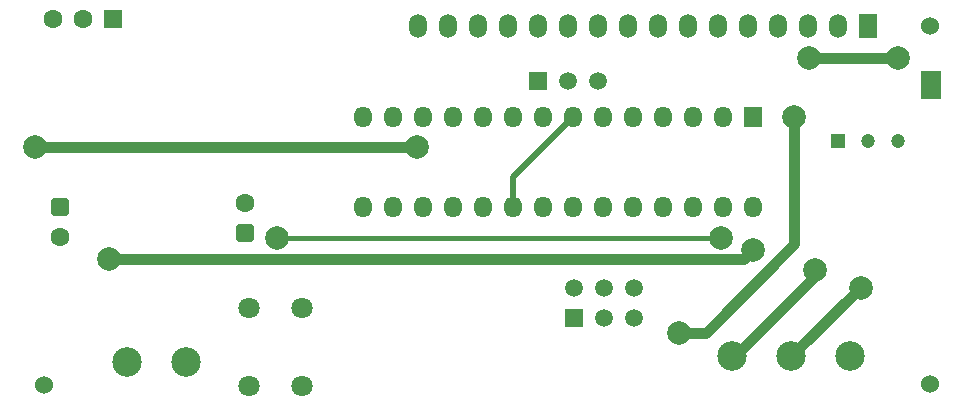
<source format=gbl>
%FSLAX44Y44*%
%MOMM*%
G71*
G01*
G75*
G04 Layer_Physical_Order=2*
G04 Layer_Color=16711680*
%ADD10R,1.1000X1.7000*%
%ADD11R,1.7000X1.1000*%
%ADD12R,0.6000X1.3000*%
G04:AMPARAMS|DCode=13|XSize=1.25mm|YSize=1.84mm|CornerRadius=0.3125mm|HoleSize=0mm|Usage=FLASHONLY|Rotation=180.000|XOffset=0mm|YOffset=0mm|HoleType=Round|Shape=RoundedRectangle|*
%AMROUNDEDRECTD13*
21,1,1.2500,1.2150,0,0,180.0*
21,1,0.6250,1.8400,0,0,180.0*
1,1,0.6250,-0.3125,0.6075*
1,1,0.6250,0.3125,0.6075*
1,1,0.6250,0.3125,-0.6075*
1,1,0.6250,-0.3125,-0.6075*
%
%ADD13ROUNDEDRECTD13*%
G04:AMPARAMS|DCode=14|XSize=1.25mm|YSize=1.84mm|CornerRadius=0.3125mm|HoleSize=0mm|Usage=FLASHONLY|Rotation=90.000|XOffset=0mm|YOffset=0mm|HoleType=Round|Shape=RoundedRectangle|*
%AMROUNDEDRECTD14*
21,1,1.2500,1.2150,0,0,90.0*
21,1,0.6250,1.8400,0,0,90.0*
1,1,0.6250,0.6075,0.3125*
1,1,0.6250,0.6075,-0.3125*
1,1,0.6250,-0.6075,-0.3125*
1,1,0.6250,-0.6075,0.3125*
%
%ADD14ROUNDEDRECTD14*%
G04:AMPARAMS|DCode=15|XSize=1mm|YSize=1.4mm|CornerRadius=0.25mm|HoleSize=0mm|Usage=FLASHONLY|Rotation=270.000|XOffset=0mm|YOffset=0mm|HoleType=Round|Shape=RoundedRectangle|*
%AMROUNDEDRECTD15*
21,1,1.0000,0.9000,0,0,270.0*
21,1,0.5000,1.4000,0,0,270.0*
1,1,0.5000,-0.4500,-0.2500*
1,1,0.5000,-0.4500,0.2500*
1,1,0.5000,0.4500,0.2500*
1,1,0.5000,0.4500,-0.2500*
%
%ADD15ROUNDEDRECTD15*%
G04:AMPARAMS|DCode=16|XSize=1mm|YSize=1.4mm|CornerRadius=0.25mm|HoleSize=0mm|Usage=FLASHONLY|Rotation=180.000|XOffset=0mm|YOffset=0mm|HoleType=Round|Shape=RoundedRectangle|*
%AMROUNDEDRECTD16*
21,1,1.0000,0.9000,0,0,180.0*
21,1,0.5000,1.4000,0,0,180.0*
1,1,0.5000,-0.2500,0.4500*
1,1,0.5000,0.2500,0.4500*
1,1,0.5000,0.2500,-0.4500*
1,1,0.5000,-0.2500,-0.4500*
%
%ADD16ROUNDEDRECTD16*%
%ADD17R,2.3000X2.3000*%
G04:AMPARAMS|DCode=18|XSize=1.34mm|YSize=1.68mm|CornerRadius=0.335mm|HoleSize=0mm|Usage=FLASHONLY|Rotation=180.000|XOffset=0mm|YOffset=0mm|HoleType=Round|Shape=RoundedRectangle|*
%AMROUNDEDRECTD18*
21,1,1.3400,1.0100,0,0,180.0*
21,1,0.6700,1.6800,0,0,180.0*
1,1,0.6700,-0.3350,0.5050*
1,1,0.6700,0.3350,0.5050*
1,1,0.6700,0.3350,-0.5050*
1,1,0.6700,-0.3350,-0.5050*
%
%ADD18ROUNDEDRECTD18*%
%ADD19R,1.3000X0.6000*%
%ADD20C,0.9000*%
%ADD21C,0.5000*%
%ADD22C,0.4000*%
%ADD23C,0.6000*%
%ADD24C,0.8000*%
%ADD25C,1.5240*%
%ADD26C,1.6000*%
G04:AMPARAMS|DCode=27|XSize=1.6mm|YSize=1.6mm|CornerRadius=0.4mm|HoleSize=0mm|Usage=FLASHONLY|Rotation=90.000|XOffset=0mm|YOffset=0mm|HoleType=Round|Shape=RoundedRectangle|*
%AMROUNDEDRECTD27*
21,1,1.6000,0.8000,0,0,90.0*
21,1,0.8000,1.6000,0,0,90.0*
1,1,0.8000,0.4000,0.4000*
1,1,0.8000,0.4000,-0.4000*
1,1,0.8000,-0.4000,-0.4000*
1,1,0.8000,-0.4000,0.4000*
%
%ADD27ROUNDEDRECTD27*%
%ADD28O,1.5000X1.8000*%
%ADD29R,1.5000X1.8000*%
%ADD30R,1.5000X2.0000*%
%ADD31O,1.5000X2.0000*%
%ADD32R,1.5000X1.5000*%
%ADD33C,1.5000*%
%ADD34R,1.6000X1.6000*%
%ADD35C,1.8000*%
%ADD36C,2.5000*%
%ADD37R,1.2000X1.2000*%
%ADD38C,1.2000*%
%ADD39C,2.0000*%
%ADD40R,1.8000X2.4000*%
D20*
X977070Y687070D02*
X1300480D01*
X1040000Y592500D02*
X1577500D01*
X1585000Y600000D01*
X1676400Y567500D02*
Y568900D01*
X1620000Y712500D02*
X1622500Y710000D01*
X1620000Y605000D02*
Y710000D01*
X1522500Y530000D02*
X1545000D01*
X1620000Y605000D01*
X1617500Y510000D02*
X1676400Y568900D01*
X1632500Y762500D02*
X1707500D01*
X1567500Y510000D02*
X1570000D01*
X1635996Y585000D02*
X1637000Y583996D01*
X1570000Y510000D02*
X1637000Y577000D01*
Y583996D01*
D21*
X1381760Y636270D02*
Y661670D01*
X1432560Y712470D01*
D22*
X1182500Y610000D02*
X1558430D01*
D25*
X1735000Y790000D02*
D03*
X985000Y486000D02*
D03*
X1735000Y487000D02*
D03*
D26*
X1155000Y640200D02*
D03*
X992600Y796000D02*
D03*
X1018000D02*
D03*
X998220Y610870D02*
D03*
D27*
X1155000Y614800D02*
D03*
X998220Y636270D02*
D03*
D28*
X1254760D02*
D03*
X1280160D02*
D03*
X1305560D02*
D03*
X1330960D02*
D03*
X1356360D02*
D03*
X1381760D02*
D03*
X1407160D02*
D03*
X1432560D02*
D03*
X1457960D02*
D03*
X1483360D02*
D03*
X1508760D02*
D03*
X1534160D02*
D03*
X1559560D02*
D03*
X1584960D02*
D03*
X1254760Y712470D02*
D03*
X1280160D02*
D03*
X1305560D02*
D03*
X1330960D02*
D03*
X1356360D02*
D03*
X1381760D02*
D03*
X1407160D02*
D03*
X1432560D02*
D03*
X1457960D02*
D03*
X1483360D02*
D03*
X1508760D02*
D03*
X1534160D02*
D03*
X1559560D02*
D03*
D29*
X1584960D02*
D03*
D30*
X1682750Y790000D02*
D03*
D31*
X1657350D02*
D03*
X1631950D02*
D03*
X1606550D02*
D03*
X1581150D02*
D03*
X1555750D02*
D03*
X1530350D02*
D03*
X1504950D02*
D03*
X1479550D02*
D03*
X1454150D02*
D03*
X1428750D02*
D03*
X1403350D02*
D03*
X1377950D02*
D03*
X1352550D02*
D03*
X1327150D02*
D03*
X1301750D02*
D03*
D32*
X1403350Y742950D02*
D03*
X1433830Y542290D02*
D03*
D33*
X1428750Y742950D02*
D03*
X1454150D02*
D03*
X1484630Y567690D02*
D03*
Y542290D02*
D03*
X1459230Y567690D02*
D03*
Y542290D02*
D03*
X1433830Y567690D02*
D03*
D34*
X1043400Y796000D02*
D03*
D35*
X1203600Y485160D02*
D03*
X1158600D02*
D03*
X1203600Y551160D02*
D03*
X1158600D02*
D03*
D36*
X1055000Y505460D02*
D03*
X1105000D02*
D03*
X1667500Y510000D02*
D03*
X1617500D02*
D03*
X1567500D02*
D03*
D37*
X1657100Y692500D02*
D03*
D38*
X1682500D02*
D03*
X1707900D02*
D03*
D39*
X1300480Y687070D02*
D03*
X1558430Y610000D02*
D03*
X977070Y687070D02*
D03*
X1585000Y600000D02*
D03*
X1040000Y592500D02*
D03*
X1676400Y567500D02*
D03*
X1182500Y610000D02*
D03*
X1620000Y712500D02*
D03*
X1522500Y530000D02*
D03*
X1632500Y762500D02*
D03*
X1707500D02*
D03*
X1637997Y582999D02*
D03*
D40*
X1736000Y740000D02*
D03*
M02*

</source>
